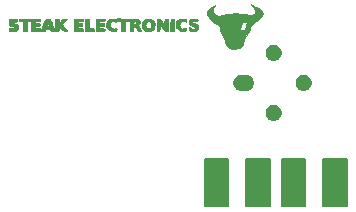
<source format=gts>
G04 #@! TF.GenerationSoftware,KiCad,Pcbnew,5.0.2+dfsg1-1~bpo9+1*
G04 #@! TF.CreationDate,2019-08-23T02:39:36-04:00*
G04 #@! TF.ProjectId,gassensorholder,67617373-656e-4736-9f72-686f6c646572,rev?*
G04 #@! TF.SameCoordinates,Original*
G04 #@! TF.FileFunction,Soldermask,Top*
G04 #@! TF.FilePolarity,Negative*
%FSLAX46Y46*%
G04 Gerber Fmt 4.6, Leading zero omitted, Abs format (unit mm)*
G04 Created by KiCad (PCBNEW 5.0.2+dfsg1-1~bpo9+1) date Fri 23 Aug 2019 02:39:36 AM EDT*
%MOMM*%
%LPD*%
G01*
G04 APERTURE LIST*
%ADD10C,0.150000*%
%ADD11C,0.010000*%
%ADD12C,0.100000*%
G04 APERTURE END LIST*
D10*
G36*
X118500000Y-74500000D02*
X118500000Y-77500000D01*
X118500000Y-78500000D01*
X116500000Y-78500000D01*
X116500000Y-74500000D01*
X118500000Y-74500000D01*
G37*
X118500000Y-74500000D02*
X118500000Y-77500000D01*
X118500000Y-78500000D01*
X116500000Y-78500000D01*
X116500000Y-74500000D01*
X118500000Y-74500000D01*
G36*
X122000000Y-74500000D02*
X122000000Y-77500000D01*
X122000000Y-78500000D01*
X120000000Y-78500000D01*
X120000000Y-74500000D01*
X122000000Y-74500000D01*
G37*
X122000000Y-74500000D02*
X122000000Y-77500000D01*
X122000000Y-78500000D01*
X120000000Y-78500000D01*
X120000000Y-74500000D01*
X122000000Y-74500000D01*
G36*
X112000000Y-74500000D02*
X112000000Y-77500000D01*
X112000000Y-78500000D01*
X110000000Y-78500000D01*
X110000000Y-74500000D01*
X112000000Y-74500000D01*
G37*
X112000000Y-74500000D02*
X112000000Y-77500000D01*
X112000000Y-78500000D01*
X110000000Y-78500000D01*
X110000000Y-74500000D01*
X112000000Y-74500000D01*
G36*
X115500000Y-74500000D02*
X115500000Y-77500000D01*
X115500000Y-78500000D01*
X113500000Y-78500000D01*
X113500000Y-74500000D01*
X115500000Y-74500000D01*
G37*
X115500000Y-74500000D02*
X115500000Y-77500000D01*
X115500000Y-78500000D01*
X113500000Y-78500000D01*
X113500000Y-74500000D01*
X115500000Y-74500000D01*
D11*
G04 #@! TO.C,G\002A\002A\002A*
G36*
X109241457Y-62635065D02*
X109355637Y-62672149D01*
X109398911Y-62739057D01*
X109396052Y-62789716D01*
X109349764Y-62855496D01*
X109287599Y-62856683D01*
X109103596Y-62832325D01*
X108972097Y-62847661D01*
X108908689Y-62900570D01*
X108906549Y-62908549D01*
X108922414Y-62968801D01*
X109010041Y-63007811D01*
X109055886Y-63017674D01*
X109253334Y-63083692D01*
X109384151Y-63187398D01*
X109441787Y-63315920D01*
X109419694Y-63456381D01*
X109337554Y-63571372D01*
X109191291Y-63656541D01*
X108980636Y-63681897D01*
X108723546Y-63652136D01*
X108645528Y-63612784D01*
X108620069Y-63518767D01*
X108619636Y-63496169D01*
X108619636Y-63360215D01*
X108792282Y-63432351D01*
X108944479Y-63475729D01*
X109070840Y-63475974D01*
X109150295Y-63436419D01*
X109165097Y-63373367D01*
X109108647Y-63308537D01*
X108978354Y-63260581D01*
X108968071Y-63258366D01*
X108769836Y-63188336D01*
X108654018Y-63077402D01*
X108619636Y-62938661D01*
X108657011Y-62780224D01*
X108768630Y-62676251D01*
X108953731Y-62627304D01*
X109046818Y-62623253D01*
X109241457Y-62635065D01*
X109241457Y-62635065D01*
G37*
X109241457Y-62635065D02*
X109355637Y-62672149D01*
X109398911Y-62739057D01*
X109396052Y-62789716D01*
X109349764Y-62855496D01*
X109287599Y-62856683D01*
X109103596Y-62832325D01*
X108972097Y-62847661D01*
X108908689Y-62900570D01*
X108906549Y-62908549D01*
X108922414Y-62968801D01*
X109010041Y-63007811D01*
X109055886Y-63017674D01*
X109253334Y-63083692D01*
X109384151Y-63187398D01*
X109441787Y-63315920D01*
X109419694Y-63456381D01*
X109337554Y-63571372D01*
X109191291Y-63656541D01*
X108980636Y-63681897D01*
X108723546Y-63652136D01*
X108645528Y-63612784D01*
X108620069Y-63518767D01*
X108619636Y-63496169D01*
X108619636Y-63360215D01*
X108792282Y-63432351D01*
X108944479Y-63475729D01*
X109070840Y-63475974D01*
X109150295Y-63436419D01*
X109165097Y-63373367D01*
X109108647Y-63308537D01*
X108978354Y-63260581D01*
X108968071Y-63258366D01*
X108769836Y-63188336D01*
X108654018Y-63077402D01*
X108619636Y-62938661D01*
X108657011Y-62780224D01*
X108768630Y-62676251D01*
X108953731Y-62627304D01*
X109046818Y-62623253D01*
X109241457Y-62635065D01*
G36*
X108249286Y-62630271D02*
X108365069Y-62658269D01*
X108421533Y-62713772D01*
X108434909Y-62792235D01*
X108422919Y-62872521D01*
X108369315Y-62881389D01*
X108331000Y-62869596D01*
X108131686Y-62832199D01*
X107976501Y-62868897D01*
X107874507Y-62974407D01*
X107834764Y-63143444D01*
X107834546Y-63159165D01*
X107869977Y-63313829D01*
X107961603Y-63427135D01*
X108087424Y-63483169D01*
X108225440Y-63466014D01*
X108245401Y-63456377D01*
X108360017Y-63411812D01*
X108419707Y-63436039D01*
X108434909Y-63517705D01*
X108400436Y-63618285D01*
X108331000Y-63655620D01*
X108139643Y-63681872D01*
X107941148Y-63670245D01*
X107788364Y-63625955D01*
X107693784Y-63547651D01*
X107604361Y-63425676D01*
X107587328Y-63393719D01*
X107527399Y-63176798D01*
X107557284Y-62966480D01*
X107674691Y-62776270D01*
X107695844Y-62754143D01*
X107797722Y-62670177D01*
X107908209Y-62631465D01*
X108058125Y-62622546D01*
X108249286Y-62630271D01*
X108249286Y-62630271D01*
G37*
X108249286Y-62630271D02*
X108365069Y-62658269D01*
X108421533Y-62713772D01*
X108434909Y-62792235D01*
X108422919Y-62872521D01*
X108369315Y-62881389D01*
X108331000Y-62869596D01*
X108131686Y-62832199D01*
X107976501Y-62868897D01*
X107874507Y-62974407D01*
X107834764Y-63143444D01*
X107834546Y-63159165D01*
X107869977Y-63313829D01*
X107961603Y-63427135D01*
X108087424Y-63483169D01*
X108225440Y-63466014D01*
X108245401Y-63456377D01*
X108360017Y-63411812D01*
X108419707Y-63436039D01*
X108434909Y-63517705D01*
X108400436Y-63618285D01*
X108331000Y-63655620D01*
X108139643Y-63681872D01*
X107941148Y-63670245D01*
X107788364Y-63625955D01*
X107693784Y-63547651D01*
X107604361Y-63425676D01*
X107587328Y-63393719D01*
X107527399Y-63176798D01*
X107557284Y-62966480D01*
X107674691Y-62776270D01*
X107695844Y-62754143D01*
X107797722Y-62670177D01*
X107908209Y-62631465D01*
X108058125Y-62622546D01*
X108249286Y-62630271D01*
G36*
X107372727Y-63684728D02*
X107241879Y-63684728D01*
X107140630Y-63678715D01*
X107091788Y-63665671D01*
X107085279Y-63614609D01*
X107082347Y-63490727D01*
X107083167Y-63313506D01*
X107086972Y-63134580D01*
X107101398Y-62622546D01*
X107372727Y-62622546D01*
X107372727Y-63684728D01*
X107372727Y-63684728D01*
G37*
X107372727Y-63684728D02*
X107241879Y-63684728D01*
X107140630Y-63678715D01*
X107091788Y-63665671D01*
X107085279Y-63614609D01*
X107082347Y-63490727D01*
X107083167Y-63313506D01*
X107086972Y-63134580D01*
X107101398Y-62622546D01*
X107372727Y-62622546D01*
X107372727Y-63684728D01*
G36*
X106172472Y-62629293D02*
X106234257Y-62661184D01*
X106294678Y-62735695D01*
X106371393Y-62870298D01*
X106403396Y-62931080D01*
X106564546Y-63239614D01*
X106578201Y-62931080D01*
X106587019Y-62767130D01*
X106601861Y-62674855D01*
X106632749Y-62633654D01*
X106689705Y-62622923D01*
X106728292Y-62622546D01*
X106864727Y-62622546D01*
X106864727Y-63690303D01*
X106698939Y-63675970D01*
X106611376Y-63662146D01*
X106545217Y-63626707D01*
X106482316Y-63551643D01*
X106404525Y-63418947D01*
X106364120Y-63343717D01*
X106195091Y-63025798D01*
X106181522Y-63355263D01*
X106172597Y-63526239D01*
X106158322Y-63624773D01*
X106131028Y-63670757D01*
X106083049Y-63684084D01*
X106054522Y-63684728D01*
X105941091Y-63684728D01*
X105941091Y-62622546D01*
X106091669Y-62622546D01*
X106172472Y-62629293D01*
X106172472Y-62629293D01*
G37*
X106172472Y-62629293D02*
X106234257Y-62661184D01*
X106294678Y-62735695D01*
X106371393Y-62870298D01*
X106403396Y-62931080D01*
X106564546Y-63239614D01*
X106578201Y-62931080D01*
X106587019Y-62767130D01*
X106601861Y-62674855D01*
X106632749Y-62633654D01*
X106689705Y-62622923D01*
X106728292Y-62622546D01*
X106864727Y-62622546D01*
X106864727Y-63690303D01*
X106698939Y-63675970D01*
X106611376Y-63662146D01*
X106545217Y-63626707D01*
X106482316Y-63551643D01*
X106404525Y-63418947D01*
X106364120Y-63343717D01*
X106195091Y-63025798D01*
X106181522Y-63355263D01*
X106172597Y-63526239D01*
X106158322Y-63624773D01*
X106131028Y-63670757D01*
X106083049Y-63684084D01*
X106054522Y-63684728D01*
X105941091Y-63684728D01*
X105941091Y-62622546D01*
X106091669Y-62622546D01*
X106172472Y-62629293D01*
G36*
X105368439Y-62629752D02*
X105476705Y-62658818D01*
X105564238Y-62720915D01*
X105587308Y-62743176D01*
X105696627Y-62907053D01*
X105744676Y-63100489D01*
X105733131Y-63297731D01*
X105663669Y-63473026D01*
X105537965Y-63600618D01*
X105531247Y-63604687D01*
X105360062Y-63664530D01*
X105154208Y-63679192D01*
X104960970Y-63646085D01*
X104936928Y-63637215D01*
X104802851Y-63537998D01*
X104706907Y-63380801D01*
X104659172Y-63195642D01*
X104662880Y-63131288D01*
X104967656Y-63131288D01*
X104990907Y-63297551D01*
X105020523Y-63367188D01*
X105103315Y-63439186D01*
X105218985Y-63450245D01*
X105335594Y-63405225D01*
X105421203Y-63308989D01*
X105422668Y-63305974D01*
X105459006Y-63137792D01*
X105416249Y-62980384D01*
X105311964Y-62868583D01*
X105224258Y-62822832D01*
X105151563Y-62833801D01*
X105086727Y-62872299D01*
X105001053Y-62978646D01*
X104967656Y-63131288D01*
X104662880Y-63131288D01*
X104669723Y-63012538D01*
X104699953Y-62931237D01*
X104808305Y-62761168D01*
X104932916Y-62665289D01*
X105102157Y-62626223D01*
X105203934Y-62622546D01*
X105368439Y-62629752D01*
X105368439Y-62629752D01*
G37*
X105368439Y-62629752D02*
X105476705Y-62658818D01*
X105564238Y-62720915D01*
X105587308Y-62743176D01*
X105696627Y-62907053D01*
X105744676Y-63100489D01*
X105733131Y-63297731D01*
X105663669Y-63473026D01*
X105537965Y-63600618D01*
X105531247Y-63604687D01*
X105360062Y-63664530D01*
X105154208Y-63679192D01*
X104960970Y-63646085D01*
X104936928Y-63637215D01*
X104802851Y-63537998D01*
X104706907Y-63380801D01*
X104659172Y-63195642D01*
X104662880Y-63131288D01*
X104967656Y-63131288D01*
X104990907Y-63297551D01*
X105020523Y-63367188D01*
X105103315Y-63439186D01*
X105218985Y-63450245D01*
X105335594Y-63405225D01*
X105421203Y-63308989D01*
X105422668Y-63305974D01*
X105459006Y-63137792D01*
X105416249Y-62980384D01*
X105311964Y-62868583D01*
X105224258Y-62822832D01*
X105151563Y-62833801D01*
X105086727Y-62872299D01*
X105001053Y-62978646D01*
X104967656Y-63131288D01*
X104662880Y-63131288D01*
X104669723Y-63012538D01*
X104699953Y-62931237D01*
X104808305Y-62761168D01*
X104932916Y-62665289D01*
X105102157Y-62626223D01*
X105203934Y-62622546D01*
X105368439Y-62629752D01*
G36*
X104171644Y-62625909D02*
X104280090Y-62641302D01*
X104350616Y-62676682D01*
X104410402Y-62740005D01*
X104413739Y-62744228D01*
X104479817Y-62844040D01*
X104509347Y-62919896D01*
X104509455Y-62922728D01*
X104482826Y-62995804D01*
X104418280Y-63095391D01*
X104413739Y-63101227D01*
X104361559Y-63181825D01*
X104357589Y-63221920D01*
X104362471Y-63222910D01*
X104400653Y-63260144D01*
X104459966Y-63351928D01*
X104524090Y-63468379D01*
X104576705Y-63579617D01*
X104601489Y-63655761D01*
X104601818Y-63661133D01*
X104561264Y-63676959D01*
X104462006Y-63684600D01*
X104445785Y-63684728D01*
X104328938Y-63669429D01*
X104261016Y-63605473D01*
X104230734Y-63542249D01*
X104151857Y-63394976D01*
X104064042Y-63297168D01*
X103998156Y-63269091D01*
X103972580Y-63310375D01*
X103957239Y-63414824D01*
X103955273Y-63476910D01*
X103951257Y-63604700D01*
X103928068Y-63665226D01*
X103868995Y-63683553D01*
X103816727Y-63684728D01*
X103678182Y-63684728D01*
X103678182Y-62968910D01*
X103955273Y-62968910D01*
X103982824Y-63061632D01*
X104050578Y-63080512D01*
X104136182Y-63019664D01*
X104138321Y-63017114D01*
X104170820Y-62930383D01*
X104123531Y-62869286D01*
X104044911Y-62853455D01*
X103974205Y-62881991D01*
X103955273Y-62968910D01*
X103678182Y-62968910D01*
X103678182Y-62622546D01*
X103998103Y-62622546D01*
X104171644Y-62625909D01*
X104171644Y-62625909D01*
G37*
X104171644Y-62625909D02*
X104280090Y-62641302D01*
X104350616Y-62676682D01*
X104410402Y-62740005D01*
X104413739Y-62744228D01*
X104479817Y-62844040D01*
X104509347Y-62919896D01*
X104509455Y-62922728D01*
X104482826Y-62995804D01*
X104418280Y-63095391D01*
X104413739Y-63101227D01*
X104361559Y-63181825D01*
X104357589Y-63221920D01*
X104362471Y-63222910D01*
X104400653Y-63260144D01*
X104459966Y-63351928D01*
X104524090Y-63468379D01*
X104576705Y-63579617D01*
X104601489Y-63655761D01*
X104601818Y-63661133D01*
X104561264Y-63676959D01*
X104462006Y-63684600D01*
X104445785Y-63684728D01*
X104328938Y-63669429D01*
X104261016Y-63605473D01*
X104230734Y-63542249D01*
X104151857Y-63394976D01*
X104064042Y-63297168D01*
X103998156Y-63269091D01*
X103972580Y-63310375D01*
X103957239Y-63414824D01*
X103955273Y-63476910D01*
X103951257Y-63604700D01*
X103928068Y-63665226D01*
X103868995Y-63683553D01*
X103816727Y-63684728D01*
X103678182Y-63684728D01*
X103678182Y-62968910D01*
X103955273Y-62968910D01*
X103982824Y-63061632D01*
X104050578Y-63080512D01*
X104136182Y-63019664D01*
X104138321Y-63017114D01*
X104170820Y-62930383D01*
X104123531Y-62869286D01*
X104044911Y-62853455D01*
X103974205Y-62881991D01*
X103955273Y-62968910D01*
X103678182Y-62968910D01*
X103678182Y-62622546D01*
X103998103Y-62622546D01*
X104171644Y-62625909D01*
G36*
X103066273Y-62632529D02*
X103285797Y-62639533D01*
X103429069Y-62648938D01*
X103512193Y-62664165D01*
X103551274Y-62688636D01*
X103562419Y-62725772D01*
X103562727Y-62738000D01*
X103542853Y-62802498D01*
X103467772Y-62834930D01*
X103389546Y-62844697D01*
X103216364Y-62859031D01*
X103216364Y-63684728D01*
X102939273Y-63684728D01*
X102939273Y-62853455D01*
X102754546Y-62853455D01*
X102635591Y-62847222D01*
X102582716Y-62817536D01*
X102569900Y-62747912D01*
X102569818Y-62736438D01*
X102569818Y-62619421D01*
X103066273Y-62632529D01*
X103066273Y-62632529D01*
G37*
X103066273Y-62632529D02*
X103285797Y-62639533D01*
X103429069Y-62648938D01*
X103512193Y-62664165D01*
X103551274Y-62688636D01*
X103562419Y-62725772D01*
X103562727Y-62738000D01*
X103542853Y-62802498D01*
X103467772Y-62834930D01*
X103389546Y-62844697D01*
X103216364Y-62859031D01*
X103216364Y-63684728D01*
X102939273Y-63684728D01*
X102939273Y-62853455D01*
X102754546Y-62853455D01*
X102635591Y-62847222D01*
X102582716Y-62817536D01*
X102569900Y-62747912D01*
X102569818Y-62736438D01*
X102569818Y-62619421D01*
X103066273Y-62632529D01*
G36*
X102218956Y-62632071D02*
X102374357Y-62642010D01*
X102460211Y-62660287D01*
X102499288Y-62698171D01*
X102514359Y-62766935D01*
X102515772Y-62778990D01*
X102517184Y-62870416D01*
X102483582Y-62891372D01*
X102453754Y-62882702D01*
X102292097Y-62830486D01*
X102180266Y-62826705D01*
X102087774Y-62874180D01*
X102035891Y-62921366D01*
X101952727Y-63025265D01*
X101932734Y-63127243D01*
X101941342Y-63191334D01*
X102006925Y-63362007D01*
X102122200Y-63454994D01*
X102286249Y-63469871D01*
X102450073Y-63425984D01*
X102505987Y-63427426D01*
X102523526Y-63502056D01*
X102523636Y-63513209D01*
X102497494Y-63611574D01*
X102450587Y-63656696D01*
X102296179Y-63683462D01*
X102108946Y-63673238D01*
X101938883Y-63629918D01*
X101904555Y-63614188D01*
X101763243Y-63518930D01*
X101683445Y-63399833D01*
X101650777Y-63230209D01*
X101647651Y-63137529D01*
X101653677Y-62982645D01*
X101683883Y-62880515D01*
X101752989Y-62792015D01*
X101791775Y-62754508D01*
X101882773Y-62678272D01*
X101968543Y-62639474D01*
X102083871Y-62628145D01*
X102218956Y-62632071D01*
X102218956Y-62632071D01*
G37*
X102218956Y-62632071D02*
X102374357Y-62642010D01*
X102460211Y-62660287D01*
X102499288Y-62698171D01*
X102514359Y-62766935D01*
X102515772Y-62778990D01*
X102517184Y-62870416D01*
X102483582Y-62891372D01*
X102453754Y-62882702D01*
X102292097Y-62830486D01*
X102180266Y-62826705D01*
X102087774Y-62874180D01*
X102035891Y-62921366D01*
X101952727Y-63025265D01*
X101932734Y-63127243D01*
X101941342Y-63191334D01*
X102006925Y-63362007D01*
X102122200Y-63454994D01*
X102286249Y-63469871D01*
X102450073Y-63425984D01*
X102505987Y-63427426D01*
X102523526Y-63502056D01*
X102523636Y-63513209D01*
X102497494Y-63611574D01*
X102450587Y-63656696D01*
X102296179Y-63683462D01*
X102108946Y-63673238D01*
X101938883Y-63629918D01*
X101904555Y-63614188D01*
X101763243Y-63518930D01*
X101683445Y-63399833D01*
X101650777Y-63230209D01*
X101647651Y-63137529D01*
X101653677Y-62982645D01*
X101683883Y-62880515D01*
X101752989Y-62792015D01*
X101791775Y-62754508D01*
X101882773Y-62678272D01*
X101968543Y-62639474D01*
X102083871Y-62628145D01*
X102218956Y-62632071D01*
G36*
X101321416Y-62623776D02*
X101431133Y-62631393D01*
X101486178Y-62651286D01*
X101505395Y-62689343D01*
X101507636Y-62738000D01*
X101500150Y-62806522D01*
X101461943Y-62840705D01*
X101369397Y-62852361D01*
X101276727Y-62853455D01*
X101136284Y-62859221D01*
X101066465Y-62881509D01*
X101045975Y-62927803D01*
X101045818Y-62934606D01*
X101060701Y-62984199D01*
X101120456Y-63003546D01*
X101247748Y-62999691D01*
X101253636Y-62999228D01*
X101381165Y-62992369D01*
X101441674Y-63008882D01*
X101460150Y-63063998D01*
X101461455Y-63125896D01*
X101455808Y-63213924D01*
X101422142Y-63255614D01*
X101335363Y-63268256D01*
X101253636Y-63269091D01*
X101123767Y-63275135D01*
X101062355Y-63300229D01*
X101045898Y-63354820D01*
X101045818Y-63361455D01*
X101057975Y-63416855D01*
X101109577Y-63444485D01*
X101223318Y-63453423D01*
X101276727Y-63453819D01*
X101413770Y-63457562D01*
X101482137Y-63476665D01*
X101505449Y-63522939D01*
X101507636Y-63569273D01*
X101503699Y-63626534D01*
X101479325Y-63660820D01*
X101415668Y-63678022D01*
X101293884Y-63684027D01*
X101138182Y-63684728D01*
X100768727Y-63684728D01*
X100768727Y-62622546D01*
X101138182Y-62622546D01*
X101321416Y-62623776D01*
X101321416Y-62623776D01*
G37*
X101321416Y-62623776D02*
X101431133Y-62631393D01*
X101486178Y-62651286D01*
X101505395Y-62689343D01*
X101507636Y-62738000D01*
X101500150Y-62806522D01*
X101461943Y-62840705D01*
X101369397Y-62852361D01*
X101276727Y-62853455D01*
X101136284Y-62859221D01*
X101066465Y-62881509D01*
X101045975Y-62927803D01*
X101045818Y-62934606D01*
X101060701Y-62984199D01*
X101120456Y-63003546D01*
X101247748Y-62999691D01*
X101253636Y-62999228D01*
X101381165Y-62992369D01*
X101441674Y-63008882D01*
X101460150Y-63063998D01*
X101461455Y-63125896D01*
X101455808Y-63213924D01*
X101422142Y-63255614D01*
X101335363Y-63268256D01*
X101253636Y-63269091D01*
X101123767Y-63275135D01*
X101062355Y-63300229D01*
X101045898Y-63354820D01*
X101045818Y-63361455D01*
X101057975Y-63416855D01*
X101109577Y-63444485D01*
X101223318Y-63453423D01*
X101276727Y-63453819D01*
X101413770Y-63457562D01*
X101482137Y-63476665D01*
X101505449Y-63522939D01*
X101507636Y-63569273D01*
X101503699Y-63626534D01*
X101479325Y-63660820D01*
X101415668Y-63678022D01*
X101293884Y-63684027D01*
X101138182Y-63684728D01*
X100768727Y-63684728D01*
X100768727Y-62622546D01*
X101138182Y-62622546D01*
X101321416Y-62623776D01*
G36*
X100168364Y-63453819D02*
X100399273Y-63453819D01*
X100536315Y-63457562D01*
X100604682Y-63476665D01*
X100627994Y-63522939D01*
X100630182Y-63569273D01*
X100626578Y-63625182D01*
X100603574Y-63659303D01*
X100542885Y-63677015D01*
X100426222Y-63683697D01*
X100237636Y-63684728D01*
X99845091Y-63684728D01*
X99845091Y-62622546D01*
X100168364Y-62622546D01*
X100168364Y-63453819D01*
X100168364Y-63453819D01*
G37*
X100168364Y-63453819D02*
X100399273Y-63453819D01*
X100536315Y-63457562D01*
X100604682Y-63476665D01*
X100627994Y-63522939D01*
X100630182Y-63569273D01*
X100626578Y-63625182D01*
X100603574Y-63659303D01*
X100542885Y-63677015D01*
X100426222Y-63683697D01*
X100237636Y-63684728D01*
X99845091Y-63684728D01*
X99845091Y-62622546D01*
X100168364Y-62622546D01*
X100168364Y-63453819D01*
G36*
X99474143Y-62623776D02*
X99583860Y-62631393D01*
X99638905Y-62651286D01*
X99658122Y-62689343D01*
X99660364Y-62738000D01*
X99651750Y-62809245D01*
X99609411Y-62843000D01*
X99508599Y-62853014D01*
X99452546Y-62853455D01*
X99315570Y-62862521D01*
X99253177Y-62893346D01*
X99244727Y-62922728D01*
X99275231Y-62970895D01*
X99376347Y-62990743D01*
X99429455Y-62992000D01*
X99547903Y-62997471D01*
X99600559Y-63027119D01*
X99613890Y-63100796D01*
X99614182Y-63130546D01*
X99606887Y-63219382D01*
X99567357Y-63258874D01*
X99469121Y-63268873D01*
X99429455Y-63269091D01*
X99308599Y-63276837D01*
X99255186Y-63308143D01*
X99244727Y-63361455D01*
X99256884Y-63416855D01*
X99308486Y-63444485D01*
X99422227Y-63453423D01*
X99475636Y-63453819D01*
X99612679Y-63457562D01*
X99681046Y-63476665D01*
X99704358Y-63522939D01*
X99706546Y-63569273D01*
X99702941Y-63625182D01*
X99679938Y-63659303D01*
X99619248Y-63677015D01*
X99502586Y-63683697D01*
X99314000Y-63684728D01*
X98921455Y-63684728D01*
X98921455Y-62622546D01*
X99290909Y-62622546D01*
X99474143Y-62623776D01*
X99474143Y-62623776D01*
G37*
X99474143Y-62623776D02*
X99583860Y-62631393D01*
X99638905Y-62651286D01*
X99658122Y-62689343D01*
X99660364Y-62738000D01*
X99651750Y-62809245D01*
X99609411Y-62843000D01*
X99508599Y-62853014D01*
X99452546Y-62853455D01*
X99315570Y-62862521D01*
X99253177Y-62893346D01*
X99244727Y-62922728D01*
X99275231Y-62970895D01*
X99376347Y-62990743D01*
X99429455Y-62992000D01*
X99547903Y-62997471D01*
X99600559Y-63027119D01*
X99613890Y-63100796D01*
X99614182Y-63130546D01*
X99606887Y-63219382D01*
X99567357Y-63258874D01*
X99469121Y-63268873D01*
X99429455Y-63269091D01*
X99308599Y-63276837D01*
X99255186Y-63308143D01*
X99244727Y-63361455D01*
X99256884Y-63416855D01*
X99308486Y-63444485D01*
X99422227Y-63453423D01*
X99475636Y-63453819D01*
X99612679Y-63457562D01*
X99681046Y-63476665D01*
X99704358Y-63522939D01*
X99706546Y-63569273D01*
X99702941Y-63625182D01*
X99679938Y-63659303D01*
X99619248Y-63677015D01*
X99502586Y-63683697D01*
X99314000Y-63684728D01*
X98921455Y-63684728D01*
X98921455Y-62622546D01*
X99290909Y-62622546D01*
X99474143Y-62623776D01*
G36*
X97577182Y-62632127D02*
X97619231Y-62678917D01*
X97636641Y-62789989D01*
X97637121Y-62795728D01*
X97651455Y-62968910D01*
X97812771Y-62795728D01*
X97930549Y-62685251D01*
X98035664Y-62633896D01*
X98147589Y-62622546D01*
X98259102Y-62628688D01*
X98318229Y-62643917D01*
X98321091Y-62648635D01*
X98290455Y-62691515D01*
X98210027Y-62779208D01*
X98097028Y-62892966D01*
X98093735Y-62896176D01*
X97866379Y-63117628D01*
X98116826Y-63364964D01*
X98236549Y-63487635D01*
X98325109Y-63586826D01*
X98366182Y-63644056D01*
X98367273Y-63648514D01*
X98326481Y-63671898D01*
X98225466Y-63684183D01*
X98195839Y-63684728D01*
X98078938Y-63670913D01*
X97973308Y-63618523D01*
X97847739Y-63511141D01*
X97826384Y-63490385D01*
X97628364Y-63296042D01*
X97628364Y-63490385D01*
X97623571Y-63612781D01*
X97596902Y-63668743D01*
X97529915Y-63684135D01*
X97489818Y-63684728D01*
X97351273Y-63684728D01*
X97351273Y-62622546D01*
X97487030Y-62622546D01*
X97577182Y-62632127D01*
X97577182Y-62632127D01*
G37*
X97577182Y-62632127D02*
X97619231Y-62678917D01*
X97636641Y-62789989D01*
X97637121Y-62795728D01*
X97651455Y-62968910D01*
X97812771Y-62795728D01*
X97930549Y-62685251D01*
X98035664Y-62633896D01*
X98147589Y-62622546D01*
X98259102Y-62628688D01*
X98318229Y-62643917D01*
X98321091Y-62648635D01*
X98290455Y-62691515D01*
X98210027Y-62779208D01*
X98097028Y-62892966D01*
X98093735Y-62896176D01*
X97866379Y-63117628D01*
X98116826Y-63364964D01*
X98236549Y-63487635D01*
X98325109Y-63586826D01*
X98366182Y-63644056D01*
X98367273Y-63648514D01*
X98326481Y-63671898D01*
X98225466Y-63684183D01*
X98195839Y-63684728D01*
X98078938Y-63670913D01*
X97973308Y-63618523D01*
X97847739Y-63511141D01*
X97826384Y-63490385D01*
X97628364Y-63296042D01*
X97628364Y-63490385D01*
X97623571Y-63612781D01*
X97596902Y-63668743D01*
X97529915Y-63684135D01*
X97489818Y-63684728D01*
X97351273Y-63684728D01*
X97351273Y-62622546D01*
X97487030Y-62622546D01*
X97577182Y-62632127D01*
G36*
X96825688Y-62633493D02*
X96891661Y-62679709D01*
X96925403Y-62749546D01*
X96966752Y-62861690D01*
X97025241Y-63021233D01*
X97073610Y-63153637D01*
X97134109Y-63318062D01*
X97187755Y-63461364D01*
X97216786Y-63536810D01*
X97250878Y-63633702D01*
X97235740Y-63675072D01*
X97153131Y-63684562D01*
X97102659Y-63684728D01*
X96984110Y-63668661D01*
X96928587Y-63611916D01*
X96922255Y-63592364D01*
X96886420Y-63531257D01*
X96804244Y-63504401D01*
X96704727Y-63500000D01*
X96574313Y-63509484D01*
X96508698Y-63545380D01*
X96487199Y-63592364D01*
X96442344Y-63659958D01*
X96340060Y-63684007D01*
X96306796Y-63684728D01*
X96202039Y-63680578D01*
X96151403Y-63670419D01*
X96150546Y-63668744D01*
X96154807Y-63651579D01*
X96170109Y-63605763D01*
X96200229Y-63520832D01*
X96248944Y-63386322D01*
X96320032Y-63191769D01*
X96327366Y-63171776D01*
X96619373Y-63171776D01*
X96632547Y-63245162D01*
X96709668Y-63269091D01*
X96780037Y-63249819D01*
X96778941Y-63196041D01*
X96752411Y-63083132D01*
X96749440Y-63045951D01*
X96740762Y-62999014D01*
X96706363Y-63025139D01*
X96680168Y-63058554D01*
X96619373Y-63171776D01*
X96327366Y-63171776D01*
X96417270Y-62926710D01*
X96482360Y-62749546D01*
X96528858Y-62663773D01*
X96605213Y-62628260D01*
X96703642Y-62622546D01*
X96825688Y-62633493D01*
X96825688Y-62633493D01*
G37*
X96825688Y-62633493D02*
X96891661Y-62679709D01*
X96925403Y-62749546D01*
X96966752Y-62861690D01*
X97025241Y-63021233D01*
X97073610Y-63153637D01*
X97134109Y-63318062D01*
X97187755Y-63461364D01*
X97216786Y-63536810D01*
X97250878Y-63633702D01*
X97235740Y-63675072D01*
X97153131Y-63684562D01*
X97102659Y-63684728D01*
X96984110Y-63668661D01*
X96928587Y-63611916D01*
X96922255Y-63592364D01*
X96886420Y-63531257D01*
X96804244Y-63504401D01*
X96704727Y-63500000D01*
X96574313Y-63509484D01*
X96508698Y-63545380D01*
X96487199Y-63592364D01*
X96442344Y-63659958D01*
X96340060Y-63684007D01*
X96306796Y-63684728D01*
X96202039Y-63680578D01*
X96151403Y-63670419D01*
X96150546Y-63668744D01*
X96154807Y-63651579D01*
X96170109Y-63605763D01*
X96200229Y-63520832D01*
X96248944Y-63386322D01*
X96320032Y-63191769D01*
X96327366Y-63171776D01*
X96619373Y-63171776D01*
X96632547Y-63245162D01*
X96709668Y-63269091D01*
X96780037Y-63249819D01*
X96778941Y-63196041D01*
X96752411Y-63083132D01*
X96749440Y-63045951D01*
X96740762Y-62999014D01*
X96706363Y-63025139D01*
X96680168Y-63058554D01*
X96619373Y-63171776D01*
X96327366Y-63171776D01*
X96417270Y-62926710D01*
X96482360Y-62749546D01*
X96528858Y-62663773D01*
X96605213Y-62628260D01*
X96703642Y-62622546D01*
X96825688Y-62633493D01*
G36*
X95871962Y-62623776D02*
X95981679Y-62631393D01*
X96036723Y-62651286D01*
X96055940Y-62689343D01*
X96058182Y-62738000D01*
X96049568Y-62809245D01*
X96007229Y-62843000D01*
X95906417Y-62853014D01*
X95850364Y-62853455D01*
X95711427Y-62863211D01*
X95649220Y-62895440D01*
X95642546Y-62920072D01*
X95683088Y-62970565D01*
X95807970Y-62998245D01*
X95838818Y-63000891D01*
X95962991Y-63016150D01*
X96019970Y-63048967D01*
X96034918Y-63115963D01*
X96035091Y-63130546D01*
X96024423Y-63204361D01*
X95975643Y-63241407D01*
X95863587Y-63258307D01*
X95838818Y-63260201D01*
X95711587Y-63277669D01*
X95653871Y-63313526D01*
X95642546Y-63364110D01*
X95655529Y-63418050D01*
X95709454Y-63444942D01*
X95826786Y-63453513D01*
X95873455Y-63453819D01*
X96010497Y-63457562D01*
X96078864Y-63476665D01*
X96102176Y-63522939D01*
X96104364Y-63569273D01*
X96100760Y-63625182D01*
X96077756Y-63659303D01*
X96017066Y-63677015D01*
X95900404Y-63683697D01*
X95711818Y-63684728D01*
X95319273Y-63684728D01*
X95319273Y-62622546D01*
X95688727Y-62622546D01*
X95871962Y-62623776D01*
X95871962Y-62623776D01*
G37*
X95871962Y-62623776D02*
X95981679Y-62631393D01*
X96036723Y-62651286D01*
X96055940Y-62689343D01*
X96058182Y-62738000D01*
X96049568Y-62809245D01*
X96007229Y-62843000D01*
X95906417Y-62853014D01*
X95850364Y-62853455D01*
X95711427Y-62863211D01*
X95649220Y-62895440D01*
X95642546Y-62920072D01*
X95683088Y-62970565D01*
X95807970Y-62998245D01*
X95838818Y-63000891D01*
X95962991Y-63016150D01*
X96019970Y-63048967D01*
X96034918Y-63115963D01*
X96035091Y-63130546D01*
X96024423Y-63204361D01*
X95975643Y-63241407D01*
X95863587Y-63258307D01*
X95838818Y-63260201D01*
X95711587Y-63277669D01*
X95653871Y-63313526D01*
X95642546Y-63364110D01*
X95655529Y-63418050D01*
X95709454Y-63444942D01*
X95826786Y-63453513D01*
X95873455Y-63453819D01*
X96010497Y-63457562D01*
X96078864Y-63476665D01*
X96102176Y-63522939D01*
X96104364Y-63569273D01*
X96100760Y-63625182D01*
X96077756Y-63659303D01*
X96017066Y-63677015D01*
X95900404Y-63683697D01*
X95711818Y-63684728D01*
X95319273Y-63684728D01*
X95319273Y-62622546D01*
X95688727Y-62622546D01*
X95871962Y-62623776D01*
G36*
X95226909Y-62738000D02*
X95214833Y-62816078D01*
X95160488Y-62848041D01*
X95065273Y-62853455D01*
X94903636Y-62853455D01*
X94903636Y-63684728D01*
X94772788Y-63684728D01*
X94667020Y-63674837D01*
X94611152Y-63653940D01*
X94597000Y-63596444D01*
X94586279Y-63470356D01*
X94580750Y-63299433D01*
X94580364Y-63238303D01*
X94580364Y-62853455D01*
X94418727Y-62853455D01*
X94309419Y-62844829D01*
X94264671Y-62806012D01*
X94257091Y-62738000D01*
X94257091Y-62622546D01*
X95226909Y-62622546D01*
X95226909Y-62738000D01*
X95226909Y-62738000D01*
G37*
X95226909Y-62738000D02*
X95214833Y-62816078D01*
X95160488Y-62848041D01*
X95065273Y-62853455D01*
X94903636Y-62853455D01*
X94903636Y-63684728D01*
X94772788Y-63684728D01*
X94667020Y-63674837D01*
X94611152Y-63653940D01*
X94597000Y-63596444D01*
X94586279Y-63470356D01*
X94580750Y-63299433D01*
X94580364Y-63238303D01*
X94580364Y-62853455D01*
X94418727Y-62853455D01*
X94309419Y-62844829D01*
X94264671Y-62806012D01*
X94257091Y-62738000D01*
X94257091Y-62622546D01*
X95226909Y-62622546D01*
X95226909Y-62738000D01*
G36*
X93981796Y-62624146D02*
X94070598Y-62635246D01*
X94109100Y-62665291D01*
X94118335Y-62723730D01*
X94118546Y-62755900D01*
X94112946Y-62836138D01*
X94079894Y-62874322D01*
X93995003Y-62884570D01*
X93899182Y-62882900D01*
X93748886Y-62889239D01*
X93669598Y-62914024D01*
X93667685Y-62949945D01*
X93749512Y-62989691D01*
X93795273Y-63002230D01*
X93981171Y-63055635D01*
X94092891Y-63115746D01*
X94148114Y-63198897D01*
X94164521Y-63321423D01*
X94164727Y-63343549D01*
X94150695Y-63490266D01*
X94100088Y-63581237D01*
X94062088Y-63612836D01*
X93946993Y-63656154D01*
X93779103Y-63677716D01*
X93595959Y-63675024D01*
X93460455Y-63652893D01*
X93394306Y-63591002D01*
X93379636Y-63497757D01*
X93387184Y-63405866D01*
X93427332Y-63386399D01*
X93498097Y-63408780D01*
X93636625Y-63442947D01*
X93755484Y-63453819D01*
X93855835Y-63431177D01*
X93883906Y-63378123D01*
X93843257Y-63316960D01*
X93737450Y-63269992D01*
X93725721Y-63267401D01*
X93541475Y-63214845D01*
X93433481Y-63141089D01*
X93385857Y-63031454D01*
X93379636Y-62947492D01*
X93396703Y-62793657D01*
X93457439Y-62695326D01*
X93576147Y-62641984D01*
X93767131Y-62623115D01*
X93821662Y-62622546D01*
X93981796Y-62624146D01*
X93981796Y-62624146D01*
G37*
X93981796Y-62624146D02*
X94070598Y-62635246D01*
X94109100Y-62665291D01*
X94118335Y-62723730D01*
X94118546Y-62755900D01*
X94112946Y-62836138D01*
X94079894Y-62874322D01*
X93995003Y-62884570D01*
X93899182Y-62882900D01*
X93748886Y-62889239D01*
X93669598Y-62914024D01*
X93667685Y-62949945D01*
X93749512Y-62989691D01*
X93795273Y-63002230D01*
X93981171Y-63055635D01*
X94092891Y-63115746D01*
X94148114Y-63198897D01*
X94164521Y-63321423D01*
X94164727Y-63343549D01*
X94150695Y-63490266D01*
X94100088Y-63581237D01*
X94062088Y-63612836D01*
X93946993Y-63656154D01*
X93779103Y-63677716D01*
X93595959Y-63675024D01*
X93460455Y-63652893D01*
X93394306Y-63591002D01*
X93379636Y-63497757D01*
X93387184Y-63405866D01*
X93427332Y-63386399D01*
X93498097Y-63408780D01*
X93636625Y-63442947D01*
X93755484Y-63453819D01*
X93855835Y-63431177D01*
X93883906Y-63378123D01*
X93843257Y-63316960D01*
X93737450Y-63269992D01*
X93725721Y-63267401D01*
X93541475Y-63214845D01*
X93433481Y-63141089D01*
X93385857Y-63031454D01*
X93379636Y-62947492D01*
X93396703Y-62793657D01*
X93457439Y-62695326D01*
X93576147Y-62641984D01*
X93767131Y-62623115D01*
X93821662Y-62622546D01*
X93981796Y-62624146D01*
G36*
X113939186Y-61439617D02*
X114047996Y-61499627D01*
X114145801Y-61560364D01*
X114277933Y-61637225D01*
X114385390Y-61687533D01*
X114428912Y-61698910D01*
X114512483Y-61726948D01*
X114630649Y-61796534D01*
X114750784Y-61885873D01*
X114840262Y-61973168D01*
X114841168Y-61974305D01*
X114881430Y-62069250D01*
X114898895Y-62196579D01*
X114855872Y-62347203D01*
X114724376Y-62522651D01*
X114504782Y-62722519D01*
X114198341Y-62945819D01*
X114044820Y-63051266D01*
X113948626Y-63131979D01*
X113890405Y-63214707D01*
X113850802Y-63326202D01*
X113814300Y-63476636D01*
X113749947Y-63697163D01*
X113658755Y-63888594D01*
X113522499Y-64085068D01*
X113427950Y-64200369D01*
X113357241Y-64318906D01*
X113292020Y-64484225D01*
X113248117Y-64651324D01*
X113238514Y-64738916D01*
X113197279Y-64861944D01*
X113090608Y-64988404D01*
X112941838Y-65096225D01*
X112795452Y-65157935D01*
X112526503Y-65203110D01*
X112273945Y-65176024D01*
X112152546Y-65139319D01*
X111971919Y-65048155D01*
X111841097Y-64911694D01*
X111747135Y-64712761D01*
X111698599Y-64537037D01*
X111602464Y-64245982D01*
X111460863Y-63977361D01*
X111458362Y-63973579D01*
X111385697Y-63846897D01*
X112802314Y-63846897D01*
X112852228Y-63854169D01*
X112937636Y-63856246D01*
X113047158Y-63853312D01*
X113087191Y-63845080D01*
X113065271Y-63836946D01*
X112938575Y-63828630D01*
X112834362Y-63836316D01*
X112802314Y-63846897D01*
X111385697Y-63846897D01*
X111343372Y-63773111D01*
X111337294Y-63754533D01*
X112894678Y-63754533D01*
X112944592Y-63761805D01*
X113030000Y-63763883D01*
X113139521Y-63760948D01*
X113179554Y-63752717D01*
X113157635Y-63744582D01*
X113030939Y-63736267D01*
X112926726Y-63743952D01*
X112894678Y-63754533D01*
X111337294Y-63754533D01*
X111307076Y-63662169D01*
X112987042Y-63662169D01*
X113036956Y-63669442D01*
X113122364Y-63671519D01*
X113231885Y-63668584D01*
X113271918Y-63660353D01*
X113249999Y-63652219D01*
X113123303Y-63643903D01*
X113019090Y-63651588D01*
X112987042Y-63662169D01*
X111307076Y-63662169D01*
X111282094Y-63585810D01*
X111276760Y-63548908D01*
X112960727Y-63548908D01*
X113000350Y-63578960D01*
X113096905Y-63591197D01*
X113216916Y-63586728D01*
X113326913Y-63566663D01*
X113391208Y-63534637D01*
X113429977Y-63453508D01*
X113457495Y-63325220D01*
X113461001Y-63292182D01*
X113487903Y-63143838D01*
X113534122Y-63018589D01*
X113542884Y-63003546D01*
X113579424Y-62938260D01*
X113565648Y-62908356D01*
X113484656Y-62900026D01*
X113415701Y-62899637D01*
X113229150Y-62925203D01*
X113113040Y-63007168D01*
X113059208Y-63153429D01*
X113053091Y-63250433D01*
X113043192Y-63378651D01*
X113018363Y-63463630D01*
X113006909Y-63476910D01*
X112962489Y-63535951D01*
X112960727Y-63548908D01*
X111276760Y-63548908D01*
X111263697Y-63458548D01*
X111246040Y-63309680D01*
X111215029Y-63221278D01*
X111149759Y-63161753D01*
X111029322Y-63099517D01*
X111024564Y-63097243D01*
X110803515Y-62968868D01*
X110592079Y-62805587D01*
X110405421Y-62623606D01*
X110258703Y-62439130D01*
X110167089Y-62268364D01*
X110143636Y-62155766D01*
X110157572Y-62079422D01*
X110208355Y-61999183D01*
X110309450Y-61898863D01*
X110464444Y-61770149D01*
X110641657Y-61632709D01*
X110762283Y-61547704D01*
X110822728Y-61517067D01*
X110819399Y-61542726D01*
X110765334Y-61608487D01*
X110706215Y-61732466D01*
X110691176Y-61899547D01*
X110719891Y-62071842D01*
X110770268Y-62182186D01*
X110857002Y-62269179D01*
X110983944Y-62350951D01*
X111010832Y-62363920D01*
X111123747Y-62408771D01*
X111212456Y-62417285D01*
X111321287Y-62389517D01*
X111390816Y-62364387D01*
X111570882Y-62306056D01*
X111770182Y-62253658D01*
X111829273Y-62240851D01*
X112005076Y-62216509D01*
X112228722Y-62201472D01*
X112481719Y-62195176D01*
X112745578Y-62197057D01*
X113001808Y-62206550D01*
X113231918Y-62223090D01*
X113417419Y-62246112D01*
X113539820Y-62275051D01*
X113574449Y-62294159D01*
X113672095Y-62337287D01*
X113817650Y-62345380D01*
X113974752Y-62321207D01*
X114107039Y-62267538D01*
X114129406Y-62251887D01*
X114243330Y-62135069D01*
X114283300Y-62013464D01*
X114247600Y-61875595D01*
X114134513Y-61709984D01*
X114031167Y-61595000D01*
X113932942Y-61486648D01*
X113901558Y-61435073D01*
X113939186Y-61439617D01*
X113939186Y-61439617D01*
G37*
X113939186Y-61439617D02*
X114047996Y-61499627D01*
X114145801Y-61560364D01*
X114277933Y-61637225D01*
X114385390Y-61687533D01*
X114428912Y-61698910D01*
X114512483Y-61726948D01*
X114630649Y-61796534D01*
X114750784Y-61885873D01*
X114840262Y-61973168D01*
X114841168Y-61974305D01*
X114881430Y-62069250D01*
X114898895Y-62196579D01*
X114855872Y-62347203D01*
X114724376Y-62522651D01*
X114504782Y-62722519D01*
X114198341Y-62945819D01*
X114044820Y-63051266D01*
X113948626Y-63131979D01*
X113890405Y-63214707D01*
X113850802Y-63326202D01*
X113814300Y-63476636D01*
X113749947Y-63697163D01*
X113658755Y-63888594D01*
X113522499Y-64085068D01*
X113427950Y-64200369D01*
X113357241Y-64318906D01*
X113292020Y-64484225D01*
X113248117Y-64651324D01*
X113238514Y-64738916D01*
X113197279Y-64861944D01*
X113090608Y-64988404D01*
X112941838Y-65096225D01*
X112795452Y-65157935D01*
X112526503Y-65203110D01*
X112273945Y-65176024D01*
X112152546Y-65139319D01*
X111971919Y-65048155D01*
X111841097Y-64911694D01*
X111747135Y-64712761D01*
X111698599Y-64537037D01*
X111602464Y-64245982D01*
X111460863Y-63977361D01*
X111458362Y-63973579D01*
X111385697Y-63846897D01*
X112802314Y-63846897D01*
X112852228Y-63854169D01*
X112937636Y-63856246D01*
X113047158Y-63853312D01*
X113087191Y-63845080D01*
X113065271Y-63836946D01*
X112938575Y-63828630D01*
X112834362Y-63836316D01*
X112802314Y-63846897D01*
X111385697Y-63846897D01*
X111343372Y-63773111D01*
X111337294Y-63754533D01*
X112894678Y-63754533D01*
X112944592Y-63761805D01*
X113030000Y-63763883D01*
X113139521Y-63760948D01*
X113179554Y-63752717D01*
X113157635Y-63744582D01*
X113030939Y-63736267D01*
X112926726Y-63743952D01*
X112894678Y-63754533D01*
X111337294Y-63754533D01*
X111307076Y-63662169D01*
X112987042Y-63662169D01*
X113036956Y-63669442D01*
X113122364Y-63671519D01*
X113231885Y-63668584D01*
X113271918Y-63660353D01*
X113249999Y-63652219D01*
X113123303Y-63643903D01*
X113019090Y-63651588D01*
X112987042Y-63662169D01*
X111307076Y-63662169D01*
X111282094Y-63585810D01*
X111276760Y-63548908D01*
X112960727Y-63548908D01*
X113000350Y-63578960D01*
X113096905Y-63591197D01*
X113216916Y-63586728D01*
X113326913Y-63566663D01*
X113391208Y-63534637D01*
X113429977Y-63453508D01*
X113457495Y-63325220D01*
X113461001Y-63292182D01*
X113487903Y-63143838D01*
X113534122Y-63018589D01*
X113542884Y-63003546D01*
X113579424Y-62938260D01*
X113565648Y-62908356D01*
X113484656Y-62900026D01*
X113415701Y-62899637D01*
X113229150Y-62925203D01*
X113113040Y-63007168D01*
X113059208Y-63153429D01*
X113053091Y-63250433D01*
X113043192Y-63378651D01*
X113018363Y-63463630D01*
X113006909Y-63476910D01*
X112962489Y-63535951D01*
X112960727Y-63548908D01*
X111276760Y-63548908D01*
X111263697Y-63458548D01*
X111246040Y-63309680D01*
X111215029Y-63221278D01*
X111149759Y-63161753D01*
X111029322Y-63099517D01*
X111024564Y-63097243D01*
X110803515Y-62968868D01*
X110592079Y-62805587D01*
X110405421Y-62623606D01*
X110258703Y-62439130D01*
X110167089Y-62268364D01*
X110143636Y-62155766D01*
X110157572Y-62079422D01*
X110208355Y-61999183D01*
X110309450Y-61898863D01*
X110464444Y-61770149D01*
X110641657Y-61632709D01*
X110762283Y-61547704D01*
X110822728Y-61517067D01*
X110819399Y-61542726D01*
X110765334Y-61608487D01*
X110706215Y-61732466D01*
X110691176Y-61899547D01*
X110719891Y-62071842D01*
X110770268Y-62182186D01*
X110857002Y-62269179D01*
X110983944Y-62350951D01*
X111010832Y-62363920D01*
X111123747Y-62408771D01*
X111212456Y-62417285D01*
X111321287Y-62389517D01*
X111390816Y-62364387D01*
X111570882Y-62306056D01*
X111770182Y-62253658D01*
X111829273Y-62240851D01*
X112005076Y-62216509D01*
X112228722Y-62201472D01*
X112481719Y-62195176D01*
X112745578Y-62197057D01*
X113001808Y-62206550D01*
X113231918Y-62223090D01*
X113417419Y-62246112D01*
X113539820Y-62275051D01*
X113574449Y-62294159D01*
X113672095Y-62337287D01*
X113817650Y-62345380D01*
X113974752Y-62321207D01*
X114107039Y-62267538D01*
X114129406Y-62251887D01*
X114243330Y-62135069D01*
X114283300Y-62013464D01*
X114247600Y-61875595D01*
X114134513Y-61709984D01*
X114031167Y-61595000D01*
X113932942Y-61486648D01*
X113901558Y-61435073D01*
X113939186Y-61439617D01*
D12*
G36*
X115956555Y-69945584D02*
X116084022Y-69984250D01*
X116201495Y-70047041D01*
X116304459Y-70131541D01*
X116388959Y-70234505D01*
X116451750Y-70351978D01*
X116490416Y-70479445D01*
X116503472Y-70612000D01*
X116490416Y-70744555D01*
X116451750Y-70872022D01*
X116388959Y-70989495D01*
X116304459Y-71092459D01*
X116201495Y-71176959D01*
X116084022Y-71239750D01*
X115956555Y-71278416D01*
X115857216Y-71288200D01*
X115790784Y-71288200D01*
X115691445Y-71278416D01*
X115563978Y-71239750D01*
X115446505Y-71176959D01*
X115343541Y-71092459D01*
X115259041Y-70989495D01*
X115196250Y-70872022D01*
X115157584Y-70744555D01*
X115144528Y-70612000D01*
X115157584Y-70479445D01*
X115196250Y-70351978D01*
X115259041Y-70234505D01*
X115343541Y-70131541D01*
X115446505Y-70047041D01*
X115563978Y-69984250D01*
X115691445Y-69945584D01*
X115790784Y-69935800D01*
X115857216Y-69935800D01*
X115956555Y-69945584D01*
X115956555Y-69945584D01*
G37*
G36*
X118496555Y-67405584D02*
X118624022Y-67444250D01*
X118741495Y-67507041D01*
X118844459Y-67591541D01*
X118928959Y-67694505D01*
X118991750Y-67811978D01*
X119030416Y-67939445D01*
X119043472Y-68072000D01*
X119030416Y-68204555D01*
X118991750Y-68332022D01*
X118928959Y-68449495D01*
X118844459Y-68552459D01*
X118741495Y-68636959D01*
X118624022Y-68699750D01*
X118496555Y-68738416D01*
X118397216Y-68748200D01*
X118330784Y-68748200D01*
X118231445Y-68738416D01*
X118103978Y-68699750D01*
X117986505Y-68636959D01*
X117883541Y-68552459D01*
X117799041Y-68449495D01*
X117736250Y-68332022D01*
X117697584Y-68204555D01*
X117684528Y-68072000D01*
X117697584Y-67939445D01*
X117736250Y-67811978D01*
X117799041Y-67694505D01*
X117883541Y-67591541D01*
X117986505Y-67507041D01*
X118103978Y-67444250D01*
X118231445Y-67405584D01*
X118330784Y-67395800D01*
X118397216Y-67395800D01*
X118496555Y-67405584D01*
X118496555Y-67405584D01*
G37*
G36*
X113616555Y-67405584D02*
X113744022Y-67444250D01*
X113861495Y-67507041D01*
X113964459Y-67591541D01*
X114048959Y-67694505D01*
X114111750Y-67811978D01*
X114150416Y-67939445D01*
X114163472Y-68072000D01*
X114150416Y-68204555D01*
X114111750Y-68332022D01*
X114048959Y-68449495D01*
X113964459Y-68552459D01*
X113861495Y-68636959D01*
X113744022Y-68699750D01*
X113616555Y-68738416D01*
X113517216Y-68748200D01*
X113050784Y-68748200D01*
X112951445Y-68738416D01*
X112823978Y-68699750D01*
X112706505Y-68636959D01*
X112603541Y-68552459D01*
X112519041Y-68449495D01*
X112456250Y-68332022D01*
X112417584Y-68204555D01*
X112404528Y-68072000D01*
X112417584Y-67939445D01*
X112456250Y-67811978D01*
X112519041Y-67694505D01*
X112603541Y-67591541D01*
X112706505Y-67507041D01*
X112823978Y-67444250D01*
X112951445Y-67405584D01*
X113050784Y-67395800D01*
X113517216Y-67395800D01*
X113616555Y-67405584D01*
X113616555Y-67405584D01*
G37*
G36*
X115956555Y-64865584D02*
X116084022Y-64904250D01*
X116201495Y-64967041D01*
X116304459Y-65051541D01*
X116388959Y-65154505D01*
X116451750Y-65271978D01*
X116490416Y-65399445D01*
X116503472Y-65532000D01*
X116490416Y-65664555D01*
X116451750Y-65792022D01*
X116388959Y-65909495D01*
X116304459Y-66012459D01*
X116201495Y-66096959D01*
X116084022Y-66159750D01*
X115956555Y-66198416D01*
X115857216Y-66208200D01*
X115790784Y-66208200D01*
X115691445Y-66198416D01*
X115563978Y-66159750D01*
X115446505Y-66096959D01*
X115343541Y-66012459D01*
X115259041Y-65909495D01*
X115196250Y-65792022D01*
X115157584Y-65664555D01*
X115144528Y-65532000D01*
X115157584Y-65399445D01*
X115196250Y-65271978D01*
X115259041Y-65154505D01*
X115343541Y-65051541D01*
X115446505Y-64967041D01*
X115563978Y-64904250D01*
X115691445Y-64865584D01*
X115790784Y-64855800D01*
X115857216Y-64855800D01*
X115956555Y-64865584D01*
X115956555Y-64865584D01*
G37*
M02*

</source>
